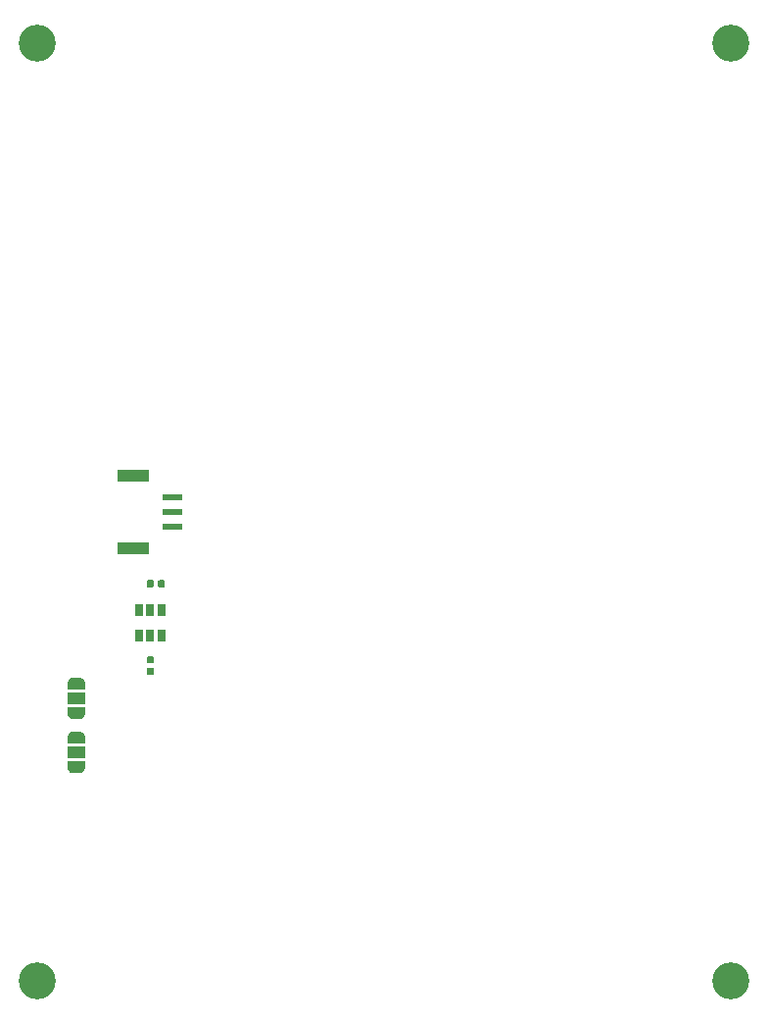
<source format=gbr>
G04 #@! TF.GenerationSoftware,KiCad,Pcbnew,(5.0.0)*
G04 #@! TF.CreationDate,2020-04-25T19:52:07+02:00*
G04 #@! TF.ProjectId,ButtonBoard,427574746F6E426F6172642E6B696361,rev?*
G04 #@! TF.SameCoordinates,Original*
G04 #@! TF.FileFunction,Soldermask,Bot*
G04 #@! TF.FilePolarity,Negative*
%FSLAX46Y46*%
G04 Gerber Fmt 4.6, Leading zero omitted, Abs format (unit mm)*
G04 Created by KiCad (PCBNEW (5.0.0)) date 04/25/20 19:52:07*
%MOMM*%
%LPD*%
G01*
G04 APERTURE LIST*
%ADD10C,0.500000*%
%ADD11C,0.100000*%
%ADD12R,1.500000X1.000000*%
%ADD13C,3.200000*%
%ADD14C,0.590000*%
%ADD15R,1.700000X0.600000*%
%ADD16R,2.800000X1.000000*%
%ADD17R,0.650000X1.060000*%
G04 APERTURE END LIST*
D10*
G04 #@! TO.C,TOG*
X66916300Y-116400100D03*
D11*
G36*
X67666300Y-115850100D02*
X67666300Y-116400100D01*
X67665698Y-116400100D01*
X67665698Y-116424634D01*
X67660888Y-116473465D01*
X67651316Y-116521590D01*
X67637072Y-116568545D01*
X67618295Y-116613878D01*
X67595164Y-116657151D01*
X67567904Y-116697950D01*
X67536776Y-116735879D01*
X67502079Y-116770576D01*
X67464150Y-116801704D01*
X67423351Y-116828964D01*
X67380078Y-116852095D01*
X67334745Y-116870872D01*
X67287790Y-116885116D01*
X67239665Y-116894688D01*
X67190834Y-116899498D01*
X67166300Y-116899498D01*
X67166300Y-116900100D01*
X66666300Y-116900100D01*
X66666300Y-116899498D01*
X66641766Y-116899498D01*
X66592935Y-116894688D01*
X66544810Y-116885116D01*
X66497855Y-116870872D01*
X66452522Y-116852095D01*
X66409249Y-116828964D01*
X66368450Y-116801704D01*
X66330521Y-116770576D01*
X66295824Y-116735879D01*
X66264696Y-116697950D01*
X66237436Y-116657151D01*
X66214305Y-116613878D01*
X66195528Y-116568545D01*
X66181284Y-116521590D01*
X66171712Y-116473465D01*
X66166902Y-116424634D01*
X66166902Y-116400100D01*
X66166300Y-116400100D01*
X66166300Y-115850100D01*
X67666300Y-115850100D01*
X67666300Y-115850100D01*
G37*
D10*
X66916300Y-113800100D03*
D11*
G36*
X66166902Y-113800100D02*
X66166902Y-113775566D01*
X66171712Y-113726735D01*
X66181284Y-113678610D01*
X66195528Y-113631655D01*
X66214305Y-113586322D01*
X66237436Y-113543049D01*
X66264696Y-113502250D01*
X66295824Y-113464321D01*
X66330521Y-113429624D01*
X66368450Y-113398496D01*
X66409249Y-113371236D01*
X66452522Y-113348105D01*
X66497855Y-113329328D01*
X66544810Y-113315084D01*
X66592935Y-113305512D01*
X66641766Y-113300702D01*
X66666300Y-113300702D01*
X66666300Y-113300100D01*
X67166300Y-113300100D01*
X67166300Y-113300702D01*
X67190834Y-113300702D01*
X67239665Y-113305512D01*
X67287790Y-113315084D01*
X67334745Y-113329328D01*
X67380078Y-113348105D01*
X67423351Y-113371236D01*
X67464150Y-113398496D01*
X67502079Y-113429624D01*
X67536776Y-113464321D01*
X67567904Y-113502250D01*
X67595164Y-113543049D01*
X67618295Y-113586322D01*
X67637072Y-113631655D01*
X67651316Y-113678610D01*
X67660888Y-113726735D01*
X67665698Y-113775566D01*
X67665698Y-113800100D01*
X67666300Y-113800100D01*
X67666300Y-114350100D01*
X66166300Y-114350100D01*
X66166300Y-113800100D01*
X66166902Y-113800100D01*
X66166902Y-113800100D01*
G37*
D12*
X66916300Y-115100100D03*
G04 #@! TD*
G04 #@! TO.C,AHLB*
X66916300Y-119761000D03*
D10*
X66916300Y-118461000D03*
D11*
G36*
X66166902Y-118461000D02*
X66166902Y-118436466D01*
X66171712Y-118387635D01*
X66181284Y-118339510D01*
X66195528Y-118292555D01*
X66214305Y-118247222D01*
X66237436Y-118203949D01*
X66264696Y-118163150D01*
X66295824Y-118125221D01*
X66330521Y-118090524D01*
X66368450Y-118059396D01*
X66409249Y-118032136D01*
X66452522Y-118009005D01*
X66497855Y-117990228D01*
X66544810Y-117975984D01*
X66592935Y-117966412D01*
X66641766Y-117961602D01*
X66666300Y-117961602D01*
X66666300Y-117961000D01*
X67166300Y-117961000D01*
X67166300Y-117961602D01*
X67190834Y-117961602D01*
X67239665Y-117966412D01*
X67287790Y-117975984D01*
X67334745Y-117990228D01*
X67380078Y-118009005D01*
X67423351Y-118032136D01*
X67464150Y-118059396D01*
X67502079Y-118090524D01*
X67536776Y-118125221D01*
X67567904Y-118163150D01*
X67595164Y-118203949D01*
X67618295Y-118247222D01*
X67637072Y-118292555D01*
X67651316Y-118339510D01*
X67660888Y-118387635D01*
X67665698Y-118436466D01*
X67665698Y-118461000D01*
X67666300Y-118461000D01*
X67666300Y-119011000D01*
X66166300Y-119011000D01*
X66166300Y-118461000D01*
X66166902Y-118461000D01*
X66166902Y-118461000D01*
G37*
D10*
X66916300Y-121061000D03*
D11*
G36*
X67666300Y-120511000D02*
X67666300Y-121061000D01*
X67665698Y-121061000D01*
X67665698Y-121085534D01*
X67660888Y-121134365D01*
X67651316Y-121182490D01*
X67637072Y-121229445D01*
X67618295Y-121274778D01*
X67595164Y-121318051D01*
X67567904Y-121358850D01*
X67536776Y-121396779D01*
X67502079Y-121431476D01*
X67464150Y-121462604D01*
X67423351Y-121489864D01*
X67380078Y-121512995D01*
X67334745Y-121531772D01*
X67287790Y-121546016D01*
X67239665Y-121555588D01*
X67190834Y-121560398D01*
X67166300Y-121560398D01*
X67166300Y-121561000D01*
X66666300Y-121561000D01*
X66666300Y-121560398D01*
X66641766Y-121560398D01*
X66592935Y-121555588D01*
X66544810Y-121546016D01*
X66497855Y-121531772D01*
X66452522Y-121512995D01*
X66409249Y-121489864D01*
X66368450Y-121462604D01*
X66330521Y-121431476D01*
X66295824Y-121396779D01*
X66264696Y-121358850D01*
X66237436Y-121318051D01*
X66214305Y-121274778D01*
X66195528Y-121229445D01*
X66181284Y-121182490D01*
X66171712Y-121134365D01*
X66166902Y-121085534D01*
X66166902Y-121061000D01*
X66166300Y-121061000D01*
X66166300Y-120511000D01*
X67666300Y-120511000D01*
X67666300Y-120511000D01*
G37*
G04 #@! TD*
D13*
G04 #@! TO.C,REF\002A\002A*
X123500000Y-139500000D03*
G04 #@! TD*
G04 #@! TO.C,REF\002A\002A*
X123500000Y-58500000D03*
G04 #@! TD*
G04 #@! TO.C,REF\002A\002A*
X63500000Y-139500000D03*
G04 #@! TD*
D11*
G04 #@! TO.C,C39*
G36*
X73491358Y-112458710D02*
X73505676Y-112460834D01*
X73519717Y-112464351D01*
X73533346Y-112469228D01*
X73546431Y-112475417D01*
X73558847Y-112482858D01*
X73570473Y-112491481D01*
X73581198Y-112501202D01*
X73590919Y-112511927D01*
X73599542Y-112523553D01*
X73606983Y-112535969D01*
X73613172Y-112549054D01*
X73618049Y-112562683D01*
X73621566Y-112576724D01*
X73623690Y-112591042D01*
X73624400Y-112605500D01*
X73624400Y-112900500D01*
X73623690Y-112914958D01*
X73621566Y-112929276D01*
X73618049Y-112943317D01*
X73613172Y-112956946D01*
X73606983Y-112970031D01*
X73599542Y-112982447D01*
X73590919Y-112994073D01*
X73581198Y-113004798D01*
X73570473Y-113014519D01*
X73558847Y-113023142D01*
X73546431Y-113030583D01*
X73533346Y-113036772D01*
X73519717Y-113041649D01*
X73505676Y-113045166D01*
X73491358Y-113047290D01*
X73476900Y-113048000D01*
X73131900Y-113048000D01*
X73117442Y-113047290D01*
X73103124Y-113045166D01*
X73089083Y-113041649D01*
X73075454Y-113036772D01*
X73062369Y-113030583D01*
X73049953Y-113023142D01*
X73038327Y-113014519D01*
X73027602Y-113004798D01*
X73017881Y-112994073D01*
X73009258Y-112982447D01*
X73001817Y-112970031D01*
X72995628Y-112956946D01*
X72990751Y-112943317D01*
X72987234Y-112929276D01*
X72985110Y-112914958D01*
X72984400Y-112900500D01*
X72984400Y-112605500D01*
X72985110Y-112591042D01*
X72987234Y-112576724D01*
X72990751Y-112562683D01*
X72995628Y-112549054D01*
X73001817Y-112535969D01*
X73009258Y-112523553D01*
X73017881Y-112511927D01*
X73027602Y-112501202D01*
X73038327Y-112491481D01*
X73049953Y-112482858D01*
X73062369Y-112475417D01*
X73075454Y-112469228D01*
X73089083Y-112464351D01*
X73103124Y-112460834D01*
X73117442Y-112458710D01*
X73131900Y-112458000D01*
X73476900Y-112458000D01*
X73491358Y-112458710D01*
X73491358Y-112458710D01*
G37*
D14*
X73304400Y-112753000D03*
D11*
G36*
X73491358Y-111488710D02*
X73505676Y-111490834D01*
X73519717Y-111494351D01*
X73533346Y-111499228D01*
X73546431Y-111505417D01*
X73558847Y-111512858D01*
X73570473Y-111521481D01*
X73581198Y-111531202D01*
X73590919Y-111541927D01*
X73599542Y-111553553D01*
X73606983Y-111565969D01*
X73613172Y-111579054D01*
X73618049Y-111592683D01*
X73621566Y-111606724D01*
X73623690Y-111621042D01*
X73624400Y-111635500D01*
X73624400Y-111930500D01*
X73623690Y-111944958D01*
X73621566Y-111959276D01*
X73618049Y-111973317D01*
X73613172Y-111986946D01*
X73606983Y-112000031D01*
X73599542Y-112012447D01*
X73590919Y-112024073D01*
X73581198Y-112034798D01*
X73570473Y-112044519D01*
X73558847Y-112053142D01*
X73546431Y-112060583D01*
X73533346Y-112066772D01*
X73519717Y-112071649D01*
X73505676Y-112075166D01*
X73491358Y-112077290D01*
X73476900Y-112078000D01*
X73131900Y-112078000D01*
X73117442Y-112077290D01*
X73103124Y-112075166D01*
X73089083Y-112071649D01*
X73075454Y-112066772D01*
X73062369Y-112060583D01*
X73049953Y-112053142D01*
X73038327Y-112044519D01*
X73027602Y-112034798D01*
X73017881Y-112024073D01*
X73009258Y-112012447D01*
X73001817Y-112000031D01*
X72995628Y-111986946D01*
X72990751Y-111973317D01*
X72987234Y-111959276D01*
X72985110Y-111944958D01*
X72984400Y-111930500D01*
X72984400Y-111635500D01*
X72985110Y-111621042D01*
X72987234Y-111606724D01*
X72990751Y-111592683D01*
X72995628Y-111579054D01*
X73001817Y-111565969D01*
X73009258Y-111553553D01*
X73017881Y-111541927D01*
X73027602Y-111531202D01*
X73038327Y-111521481D01*
X73049953Y-111512858D01*
X73062369Y-111505417D01*
X73075454Y-111499228D01*
X73089083Y-111494351D01*
X73103124Y-111490834D01*
X73117442Y-111488710D01*
X73131900Y-111488000D01*
X73476900Y-111488000D01*
X73491358Y-111488710D01*
X73491358Y-111488710D01*
G37*
D14*
X73304400Y-111783000D03*
G04 #@! TD*
D11*
G04 #@! TO.C,C40*
G36*
X74433958Y-104887510D02*
X74448276Y-104889634D01*
X74462317Y-104893151D01*
X74475946Y-104898028D01*
X74489031Y-104904217D01*
X74501447Y-104911658D01*
X74513073Y-104920281D01*
X74523798Y-104930002D01*
X74533519Y-104940727D01*
X74542142Y-104952353D01*
X74549583Y-104964769D01*
X74555772Y-104977854D01*
X74560649Y-104991483D01*
X74564166Y-105005524D01*
X74566290Y-105019842D01*
X74567000Y-105034300D01*
X74567000Y-105379300D01*
X74566290Y-105393758D01*
X74564166Y-105408076D01*
X74560649Y-105422117D01*
X74555772Y-105435746D01*
X74549583Y-105448831D01*
X74542142Y-105461247D01*
X74533519Y-105472873D01*
X74523798Y-105483598D01*
X74513073Y-105493319D01*
X74501447Y-105501942D01*
X74489031Y-105509383D01*
X74475946Y-105515572D01*
X74462317Y-105520449D01*
X74448276Y-105523966D01*
X74433958Y-105526090D01*
X74419500Y-105526800D01*
X74124500Y-105526800D01*
X74110042Y-105526090D01*
X74095724Y-105523966D01*
X74081683Y-105520449D01*
X74068054Y-105515572D01*
X74054969Y-105509383D01*
X74042553Y-105501942D01*
X74030927Y-105493319D01*
X74020202Y-105483598D01*
X74010481Y-105472873D01*
X74001858Y-105461247D01*
X73994417Y-105448831D01*
X73988228Y-105435746D01*
X73983351Y-105422117D01*
X73979834Y-105408076D01*
X73977710Y-105393758D01*
X73977000Y-105379300D01*
X73977000Y-105034300D01*
X73977710Y-105019842D01*
X73979834Y-105005524D01*
X73983351Y-104991483D01*
X73988228Y-104977854D01*
X73994417Y-104964769D01*
X74001858Y-104952353D01*
X74010481Y-104940727D01*
X74020202Y-104930002D01*
X74030927Y-104920281D01*
X74042553Y-104911658D01*
X74054969Y-104904217D01*
X74068054Y-104898028D01*
X74081683Y-104893151D01*
X74095724Y-104889634D01*
X74110042Y-104887510D01*
X74124500Y-104886800D01*
X74419500Y-104886800D01*
X74433958Y-104887510D01*
X74433958Y-104887510D01*
G37*
D14*
X74272000Y-105206800D03*
D11*
G36*
X73463958Y-104887510D02*
X73478276Y-104889634D01*
X73492317Y-104893151D01*
X73505946Y-104898028D01*
X73519031Y-104904217D01*
X73531447Y-104911658D01*
X73543073Y-104920281D01*
X73553798Y-104930002D01*
X73563519Y-104940727D01*
X73572142Y-104952353D01*
X73579583Y-104964769D01*
X73585772Y-104977854D01*
X73590649Y-104991483D01*
X73594166Y-105005524D01*
X73596290Y-105019842D01*
X73597000Y-105034300D01*
X73597000Y-105379300D01*
X73596290Y-105393758D01*
X73594166Y-105408076D01*
X73590649Y-105422117D01*
X73585772Y-105435746D01*
X73579583Y-105448831D01*
X73572142Y-105461247D01*
X73563519Y-105472873D01*
X73553798Y-105483598D01*
X73543073Y-105493319D01*
X73531447Y-105501942D01*
X73519031Y-105509383D01*
X73505946Y-105515572D01*
X73492317Y-105520449D01*
X73478276Y-105523966D01*
X73463958Y-105526090D01*
X73449500Y-105526800D01*
X73154500Y-105526800D01*
X73140042Y-105526090D01*
X73125724Y-105523966D01*
X73111683Y-105520449D01*
X73098054Y-105515572D01*
X73084969Y-105509383D01*
X73072553Y-105501942D01*
X73060927Y-105493319D01*
X73050202Y-105483598D01*
X73040481Y-105472873D01*
X73031858Y-105461247D01*
X73024417Y-105448831D01*
X73018228Y-105435746D01*
X73013351Y-105422117D01*
X73009834Y-105408076D01*
X73007710Y-105393758D01*
X73007000Y-105379300D01*
X73007000Y-105034300D01*
X73007710Y-105019842D01*
X73009834Y-105005524D01*
X73013351Y-104991483D01*
X73018228Y-104977854D01*
X73024417Y-104964769D01*
X73031858Y-104952353D01*
X73040481Y-104940727D01*
X73050202Y-104930002D01*
X73060927Y-104920281D01*
X73072553Y-104911658D01*
X73084969Y-104904217D01*
X73098054Y-104898028D01*
X73111683Y-104893151D01*
X73125724Y-104889634D01*
X73140042Y-104887510D01*
X73154500Y-104886800D01*
X73449500Y-104886800D01*
X73463958Y-104887510D01*
X73463958Y-104887510D01*
G37*
D14*
X73302000Y-105206800D03*
G04 #@! TD*
D15*
G04 #@! TO.C,P11*
X75225000Y-97750000D03*
X75225000Y-99000000D03*
X75225000Y-100250000D03*
D16*
X71875000Y-95900000D03*
X71875000Y-102100000D03*
G04 #@! TD*
D17*
G04 #@! TO.C,U16*
X72354400Y-107446900D03*
X73304400Y-107446900D03*
X74254400Y-107446900D03*
X74254400Y-109646900D03*
X72354400Y-109646900D03*
X73304400Y-109646900D03*
G04 #@! TD*
D13*
G04 #@! TO.C,REF\002A\002A*
X63500000Y-58500000D03*
G04 #@! TD*
M02*

</source>
